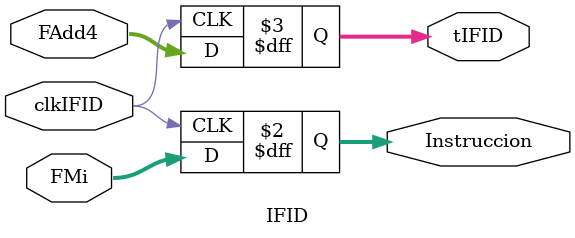
<source format=v>
`timescale 1ns/1ns

module IFID(
    input [31:0]FAdd4,
    input [31:0]FMi,
    input clkIFID,
    output reg[31:0]Instruccion,
    output reg[31:0]tIFID
);

always @(posedge clkIFID) 
begin
	tIFID = FAdd4;

    Instruccion = FMi;
end

endmodule
</source>
